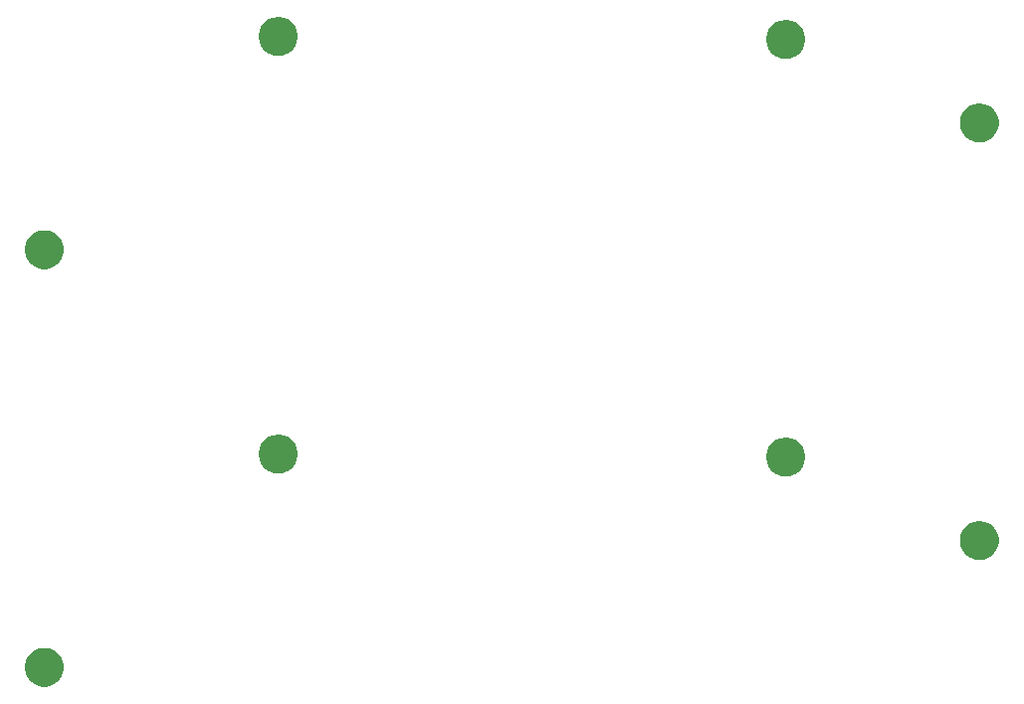
<source format=gts>
G04 #@! TF.GenerationSoftware,KiCad,Pcbnew,(5.1.0)-1*
G04 #@! TF.CreationDate,2019-06-08T20:54:27-04:00*
G04 #@! TF.ProjectId,Case top+bottom,43617365-2074-46f7-902b-626f74746f6d,rev?*
G04 #@! TF.SameCoordinates,Original*
G04 #@! TF.FileFunction,Soldermask,Top*
G04 #@! TF.FilePolarity,Negative*
%FSLAX46Y46*%
G04 Gerber Fmt 4.6, Leading zero omitted, Abs format (unit mm)*
G04 Created by KiCad (PCBNEW (5.1.0)-1) date 2019-06-08 20:54:27*
%MOMM*%
%LPD*%
G04 APERTURE LIST*
%ADD10C,0.100000*%
G04 APERTURE END LIST*
D10*
G36*
X98838256Y-96689298D02*
G01*
X98944579Y-96710447D01*
X99245042Y-96834903D01*
X99515451Y-97015585D01*
X99745415Y-97245549D01*
X99926097Y-97515958D01*
X100050553Y-97816421D01*
X100114000Y-98135391D01*
X100114000Y-98460609D01*
X100050553Y-98779579D01*
X99926097Y-99080042D01*
X99745415Y-99350451D01*
X99515451Y-99580415D01*
X99245042Y-99761097D01*
X98944579Y-99885553D01*
X98838256Y-99906702D01*
X98625611Y-99949000D01*
X98300389Y-99949000D01*
X98087744Y-99906702D01*
X97981421Y-99885553D01*
X97680958Y-99761097D01*
X97410549Y-99580415D01*
X97180585Y-99350451D01*
X96999903Y-99080042D01*
X96875447Y-98779579D01*
X96812000Y-98460609D01*
X96812000Y-98135391D01*
X96875447Y-97816421D01*
X96999903Y-97515958D01*
X97180585Y-97245549D01*
X97410549Y-97015585D01*
X97680958Y-96834903D01*
X97981421Y-96710447D01*
X98087744Y-96689298D01*
X98300389Y-96647000D01*
X98625611Y-96647000D01*
X98838256Y-96689298D01*
X98838256Y-96689298D01*
G37*
G36*
X178391256Y-85894298D02*
G01*
X178497579Y-85915447D01*
X178798042Y-86039903D01*
X179068451Y-86220585D01*
X179298415Y-86450549D01*
X179479097Y-86720958D01*
X179603553Y-87021421D01*
X179667000Y-87340391D01*
X179667000Y-87665609D01*
X179603553Y-87984579D01*
X179479097Y-88285042D01*
X179298415Y-88555451D01*
X179068451Y-88785415D01*
X178798042Y-88966097D01*
X178497579Y-89090553D01*
X178391256Y-89111702D01*
X178178611Y-89154000D01*
X177853389Y-89154000D01*
X177640744Y-89111702D01*
X177534421Y-89090553D01*
X177233958Y-88966097D01*
X176963549Y-88785415D01*
X176733585Y-88555451D01*
X176552903Y-88285042D01*
X176428447Y-87984579D01*
X176365000Y-87665609D01*
X176365000Y-87340391D01*
X176428447Y-87021421D01*
X176552903Y-86720958D01*
X176733585Y-86450549D01*
X176963549Y-86220585D01*
X177233958Y-86039903D01*
X177534421Y-85915447D01*
X177640744Y-85894298D01*
X177853389Y-85852000D01*
X178178611Y-85852000D01*
X178391256Y-85894298D01*
X178391256Y-85894298D01*
G37*
G36*
X161919256Y-78782298D02*
G01*
X162025579Y-78803447D01*
X162326042Y-78927903D01*
X162596451Y-79108585D01*
X162826415Y-79338549D01*
X163007097Y-79608958D01*
X163131553Y-79909421D01*
X163195000Y-80228391D01*
X163195000Y-80553609D01*
X163131553Y-80872579D01*
X163007097Y-81173042D01*
X162826415Y-81443451D01*
X162596451Y-81673415D01*
X162326042Y-81854097D01*
X162025579Y-81978553D01*
X161919256Y-81999702D01*
X161706611Y-82042000D01*
X161381389Y-82042000D01*
X161168744Y-81999702D01*
X161062421Y-81978553D01*
X160761958Y-81854097D01*
X160491549Y-81673415D01*
X160261585Y-81443451D01*
X160080903Y-81173042D01*
X159956447Y-80872579D01*
X159893000Y-80553609D01*
X159893000Y-80228391D01*
X159956447Y-79909421D01*
X160080903Y-79608958D01*
X160261585Y-79338549D01*
X160491549Y-79108585D01*
X160761958Y-78927903D01*
X161062421Y-78803447D01*
X161168744Y-78782298D01*
X161381389Y-78740000D01*
X161706611Y-78740000D01*
X161919256Y-78782298D01*
X161919256Y-78782298D01*
G37*
G36*
X118739256Y-78528298D02*
G01*
X118845579Y-78549447D01*
X119146042Y-78673903D01*
X119416451Y-78854585D01*
X119646415Y-79084549D01*
X119827097Y-79354958D01*
X119951553Y-79655421D01*
X120015000Y-79974391D01*
X120015000Y-80299609D01*
X119951553Y-80618579D01*
X119827097Y-80919042D01*
X119646415Y-81189451D01*
X119416451Y-81419415D01*
X119146042Y-81600097D01*
X118845579Y-81724553D01*
X118739256Y-81745702D01*
X118526611Y-81788000D01*
X118201389Y-81788000D01*
X117988744Y-81745702D01*
X117882421Y-81724553D01*
X117581958Y-81600097D01*
X117311549Y-81419415D01*
X117081585Y-81189451D01*
X116900903Y-80919042D01*
X116776447Y-80618579D01*
X116713000Y-80299609D01*
X116713000Y-79974391D01*
X116776447Y-79655421D01*
X116900903Y-79354958D01*
X117081585Y-79084549D01*
X117311549Y-78854585D01*
X117581958Y-78673903D01*
X117882421Y-78549447D01*
X117988744Y-78528298D01*
X118201389Y-78486000D01*
X118526611Y-78486000D01*
X118739256Y-78528298D01*
X118739256Y-78528298D01*
G37*
G36*
X98838256Y-61129298D02*
G01*
X98944579Y-61150447D01*
X99245042Y-61274903D01*
X99515451Y-61455585D01*
X99745415Y-61685549D01*
X99926097Y-61955958D01*
X100050553Y-62256421D01*
X100114000Y-62575391D01*
X100114000Y-62900609D01*
X100050553Y-63219579D01*
X99926097Y-63520042D01*
X99745415Y-63790451D01*
X99515451Y-64020415D01*
X99245042Y-64201097D01*
X98944579Y-64325553D01*
X98838256Y-64346702D01*
X98625611Y-64389000D01*
X98300389Y-64389000D01*
X98087744Y-64346702D01*
X97981421Y-64325553D01*
X97680958Y-64201097D01*
X97410549Y-64020415D01*
X97180585Y-63790451D01*
X96999903Y-63520042D01*
X96875447Y-63219579D01*
X96812000Y-62900609D01*
X96812000Y-62575391D01*
X96875447Y-62256421D01*
X96999903Y-61955958D01*
X97180585Y-61685549D01*
X97410549Y-61455585D01*
X97680958Y-61274903D01*
X97981421Y-61150447D01*
X98087744Y-61129298D01*
X98300389Y-61087000D01*
X98625611Y-61087000D01*
X98838256Y-61129298D01*
X98838256Y-61129298D01*
G37*
G36*
X178391256Y-50334298D02*
G01*
X178497579Y-50355447D01*
X178798042Y-50479903D01*
X179068451Y-50660585D01*
X179298415Y-50890549D01*
X179479097Y-51160958D01*
X179603553Y-51461421D01*
X179667000Y-51780391D01*
X179667000Y-52105609D01*
X179603553Y-52424579D01*
X179479097Y-52725042D01*
X179298415Y-52995451D01*
X179068451Y-53225415D01*
X178798042Y-53406097D01*
X178497579Y-53530553D01*
X178391256Y-53551702D01*
X178178611Y-53594000D01*
X177853389Y-53594000D01*
X177640744Y-53551702D01*
X177534421Y-53530553D01*
X177233958Y-53406097D01*
X176963549Y-53225415D01*
X176733585Y-52995451D01*
X176552903Y-52725042D01*
X176428447Y-52424579D01*
X176365000Y-52105609D01*
X176365000Y-51780391D01*
X176428447Y-51461421D01*
X176552903Y-51160958D01*
X176733585Y-50890549D01*
X176963549Y-50660585D01*
X177233958Y-50479903D01*
X177534421Y-50355447D01*
X177640744Y-50334298D01*
X177853389Y-50292000D01*
X178178611Y-50292000D01*
X178391256Y-50334298D01*
X178391256Y-50334298D01*
G37*
G36*
X161919256Y-43222298D02*
G01*
X162025579Y-43243447D01*
X162326042Y-43367903D01*
X162596451Y-43548585D01*
X162826415Y-43778549D01*
X163007097Y-44048958D01*
X163131553Y-44349421D01*
X163195000Y-44668391D01*
X163195000Y-44993609D01*
X163131553Y-45312579D01*
X163007097Y-45613042D01*
X162826415Y-45883451D01*
X162596451Y-46113415D01*
X162326042Y-46294097D01*
X162025579Y-46418553D01*
X161919256Y-46439702D01*
X161706611Y-46482000D01*
X161381389Y-46482000D01*
X161168744Y-46439702D01*
X161062421Y-46418553D01*
X160761958Y-46294097D01*
X160491549Y-46113415D01*
X160261585Y-45883451D01*
X160080903Y-45613042D01*
X159956447Y-45312579D01*
X159893000Y-44993609D01*
X159893000Y-44668391D01*
X159956447Y-44349421D01*
X160080903Y-44048958D01*
X160261585Y-43778549D01*
X160491549Y-43548585D01*
X160761958Y-43367903D01*
X161062421Y-43243447D01*
X161168744Y-43222298D01*
X161381389Y-43180000D01*
X161706611Y-43180000D01*
X161919256Y-43222298D01*
X161919256Y-43222298D01*
G37*
G36*
X118739256Y-42968298D02*
G01*
X118845579Y-42989447D01*
X119146042Y-43113903D01*
X119416451Y-43294585D01*
X119646415Y-43524549D01*
X119827097Y-43794958D01*
X119951553Y-44095421D01*
X120015000Y-44414391D01*
X120015000Y-44739609D01*
X119951553Y-45058579D01*
X119827097Y-45359042D01*
X119646415Y-45629451D01*
X119416451Y-45859415D01*
X119146042Y-46040097D01*
X118845579Y-46164553D01*
X118739256Y-46185702D01*
X118526611Y-46228000D01*
X118201389Y-46228000D01*
X117988744Y-46185702D01*
X117882421Y-46164553D01*
X117581958Y-46040097D01*
X117311549Y-45859415D01*
X117081585Y-45629451D01*
X116900903Y-45359042D01*
X116776447Y-45058579D01*
X116713000Y-44739609D01*
X116713000Y-44414391D01*
X116776447Y-44095421D01*
X116900903Y-43794958D01*
X117081585Y-43524549D01*
X117311549Y-43294585D01*
X117581958Y-43113903D01*
X117882421Y-42989447D01*
X117988744Y-42968298D01*
X118201389Y-42926000D01*
X118526611Y-42926000D01*
X118739256Y-42968298D01*
X118739256Y-42968298D01*
G37*
M02*

</source>
